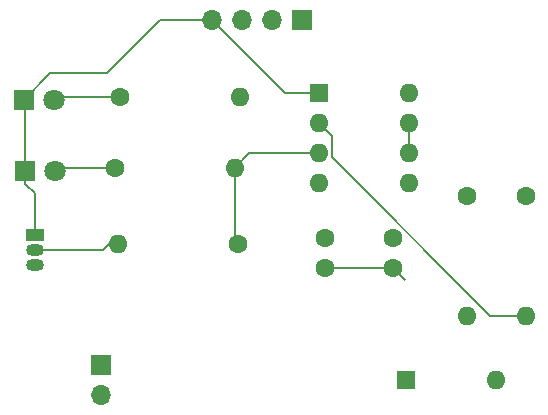
<source format=gbr>
%TF.GenerationSoftware,KiCad,Pcbnew,8.0.4*%
%TF.CreationDate,2024-11-17T18:03:44-05:00*%
%TF.ProjectId,snowglobe1,736e6f77-676c-46f6-9265-312e6b696361,rev?*%
%TF.SameCoordinates,Original*%
%TF.FileFunction,Copper,L2,Bot*%
%TF.FilePolarity,Positive*%
%FSLAX46Y46*%
G04 Gerber Fmt 4.6, Leading zero omitted, Abs format (unit mm)*
G04 Created by KiCad (PCBNEW 8.0.4) date 2024-11-17 18:03:44*
%MOMM*%
%LPD*%
G01*
G04 APERTURE LIST*
%TA.AperFunction,ComponentPad*%
%ADD10R,1.700000X1.700000*%
%TD*%
%TA.AperFunction,ComponentPad*%
%ADD11O,1.700000X1.700000*%
%TD*%
%TA.AperFunction,ComponentPad*%
%ADD12R,1.600000X1.600000*%
%TD*%
%TA.AperFunction,ComponentPad*%
%ADD13O,1.600000X1.600000*%
%TD*%
%TA.AperFunction,ComponentPad*%
%ADD14C,1.600000*%
%TD*%
%TA.AperFunction,ComponentPad*%
%ADD15R,1.500000X1.050000*%
%TD*%
%TA.AperFunction,ComponentPad*%
%ADD16O,1.500000X1.050000*%
%TD*%
%TA.AperFunction,ComponentPad*%
%ADD17R,1.800000X1.800000*%
%TD*%
%TA.AperFunction,ComponentPad*%
%ADD18C,1.800000*%
%TD*%
%TA.AperFunction,Conductor*%
%ADD19C,0.200000*%
%TD*%
G04 APERTURE END LIST*
D10*
%TO.P,M1,1,+*%
%TO.N,VDD*%
X121000000Y-89725000D03*
D11*
%TO.P,M1,2,-*%
%TO.N,Net-(M1--)*%
X121000000Y-92265000D03*
%TD*%
D12*
%TO.P,U1,1,GND*%
%TO.N,GND*%
X139450000Y-66700000D03*
D13*
%TO.P,U1,2,TR*%
%TO.N,Net-(U1-TR)*%
X139450000Y-69240000D03*
%TO.P,U1,3,Q*%
%TO.N,Net-(U1-Q)*%
X139450000Y-71780000D03*
%TO.P,U1,4,R*%
%TO.N,VDD*%
X139450000Y-74320000D03*
%TO.P,U1,5,CV*%
%TO.N,Net-(U1-CV)*%
X147070000Y-74320000D03*
%TO.P,U1,6,THR*%
%TO.N,Net-(U1-DIS)*%
X147070000Y-71780000D03*
%TO.P,U1,7,DIS*%
X147070000Y-69240000D03*
%TO.P,U1,8,VCC*%
%TO.N,VDD*%
X147070000Y-66700000D03*
%TD*%
D14*
%TO.P,R3,1*%
%TO.N,VDD*%
X157000000Y-75420000D03*
D13*
%TO.P,R3,2*%
%TO.N,Net-(U1-TR)*%
X157000000Y-85580000D03*
%TD*%
D14*
%TO.P,R2,1*%
%TO.N,VDD*%
X152000000Y-75420000D03*
D13*
%TO.P,R2,2*%
%TO.N,Net-(U1-DIS)*%
X152000000Y-85580000D03*
%TD*%
D14*
%TO.P,C2,1*%
%TO.N,Net-(U1-DIS)*%
X145750000Y-79000000D03*
%TO.P,C2,2*%
%TO.N,GND*%
X145750000Y-81500000D03*
%TD*%
%TO.P,C1,1*%
%TO.N,Net-(U1-CV)*%
X140000000Y-79000000D03*
%TO.P,C1,2*%
%TO.N,GND*%
X140000000Y-81500000D03*
%TD*%
%TO.P,R1,1*%
%TO.N,Net-(U1-Q)*%
X132580000Y-79500000D03*
D13*
%TO.P,R1,2*%
%TO.N,Net-(Q1-B)*%
X122420000Y-79500000D03*
%TD*%
D15*
%TO.P,Q1,1,E*%
%TO.N,GND*%
X115390000Y-78730000D03*
D16*
%TO.P,Q1,2,B*%
%TO.N,Net-(Q1-B)*%
X115390000Y-80000000D03*
%TO.P,Q1,3,C*%
%TO.N,Net-(M1--)*%
X115390000Y-81270000D03*
%TD*%
D12*
%TO.P,SW1,1,1*%
%TO.N,GND*%
X146880000Y-91000000D03*
D13*
%TO.P,SW1,2,2*%
%TO.N,Net-(U1-TR)*%
X154500000Y-91000000D03*
%TD*%
D10*
%TO.P,J2,1,VBUS*%
%TO.N,VDD*%
X138050000Y-60500000D03*
D11*
%TO.P,J2,2,D-*%
%TO.N,unconnected-(J2-D--Pad2)*%
X135510000Y-60500000D03*
%TO.P,J2,3,D+*%
%TO.N,unconnected-(J2-D+-Pad3)*%
X132970000Y-60500000D03*
%TO.P,J2,4,GND*%
%TO.N,GND*%
X130430000Y-60500000D03*
%TD*%
D17*
%TO.P,D1,1,K*%
%TO.N,GND*%
X114615000Y-73265000D03*
D18*
%TO.P,D1,2,A*%
%TO.N,Net-(D1-A)*%
X117155000Y-73265000D03*
%TD*%
D17*
%TO.P,D2,1,K*%
%TO.N,GND*%
X114475000Y-67265000D03*
D18*
%TO.P,D2,2,A*%
%TO.N,Net-(D2-A)*%
X117015000Y-67265000D03*
%TD*%
D14*
%TO.P,R4,1*%
%TO.N,Net-(D1-A)*%
X122170000Y-73000000D03*
D13*
%TO.P,R4,2*%
%TO.N,Net-(U1-Q)*%
X132330000Y-73000000D03*
%TD*%
D14*
%TO.P,R5,1*%
%TO.N,Net-(D2-A)*%
X122670000Y-67000000D03*
D13*
%TO.P,R5,2*%
%TO.N,VDD*%
X132830000Y-67000000D03*
%TD*%
D19*
%TO.N,Net-(U1-DIS)*%
X147070000Y-69240000D02*
X147070000Y-71780000D01*
%TO.N,Net-(Q1-B)*%
X121170000Y-80000000D02*
X115390000Y-80000000D01*
X122170000Y-79000000D02*
X121170000Y-80000000D01*
%TO.N,Net-(U1-Q)*%
X132330000Y-73000000D02*
X132330000Y-79000000D01*
X133550000Y-71780000D02*
X132330000Y-73000000D01*
X139450000Y-71780000D02*
X133550000Y-71780000D01*
%TO.N,Net-(U1-TR)*%
X157000000Y-85580000D02*
X153996815Y-85580000D01*
X153996815Y-85580000D02*
X140550000Y-72133185D01*
X140550000Y-70340000D02*
X139450000Y-69240000D01*
X140550000Y-72133185D02*
X140550000Y-70340000D01*
%TO.N,Net-(D1-A)*%
X122170000Y-73000000D02*
X117420000Y-73000000D01*
X117420000Y-73000000D02*
X117155000Y-73265000D01*
%TO.N,Net-(D2-A)*%
X122670000Y-67000000D02*
X117280000Y-67000000D01*
X117280000Y-67000000D02*
X117015000Y-67265000D01*
%TO.N,GND*%
X114475000Y-67775000D02*
X114615000Y-67915000D01*
X114615000Y-67915000D02*
X114615000Y-73265000D01*
X114615000Y-74365000D02*
X115390000Y-75140000D01*
X126000000Y-60500000D02*
X121500000Y-65000000D01*
X114615000Y-73265000D02*
X114615000Y-74365000D01*
X136630000Y-66700000D02*
X139450000Y-66700000D01*
X116740000Y-65000000D02*
X121500000Y-65000000D01*
X130430000Y-60500000D02*
X136630000Y-66700000D01*
X115390000Y-75140000D02*
X115390000Y-78730000D01*
X146750000Y-82500000D02*
X145750000Y-81500000D01*
X114475000Y-67265000D02*
X114475000Y-67775000D01*
X130430000Y-60500000D02*
X126000000Y-60500000D01*
X114475000Y-67265000D02*
X116740000Y-65000000D01*
X145750000Y-81500000D02*
X140000000Y-81500000D01*
%TD*%
M02*

</source>
